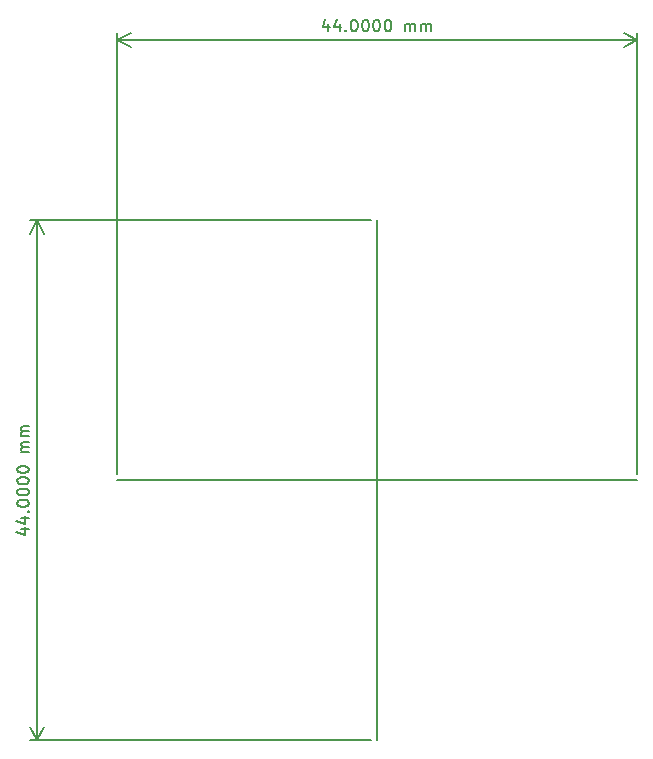
<source format=gbr>
%TF.GenerationSoftware,KiCad,Pcbnew,7.0.6*%
%TF.CreationDate,2023-12-12T11:09:34+00:00*%
%TF.ProjectId,led_holder,6c65645f-686f-46c6-9465-722e6b696361,rev?*%
%TF.SameCoordinates,Original*%
%TF.FileFunction,Other,ECO1*%
%FSLAX46Y46*%
G04 Gerber Fmt 4.6, Leading zero omitted, Abs format (unit mm)*
G04 Created by KiCad (PCBNEW 7.0.6) date 2023-12-12 11:09:34*
%MOMM*%
%LPD*%
G01*
G04 APERTURE LIST*
%ADD10C,0.150000*%
G04 APERTURE END LIST*
D10*
X140100000Y-68400000D02*
X184100000Y-68400000D01*
X162100000Y-46400000D02*
X162100000Y-90400000D01*
X157957143Y-29738152D02*
X157957143Y-30404819D01*
X157719048Y-29357200D02*
X157480953Y-30071485D01*
X157480953Y-30071485D02*
X158100000Y-30071485D01*
X158909524Y-29738152D02*
X158909524Y-30404819D01*
X158671429Y-29357200D02*
X158433334Y-30071485D01*
X158433334Y-30071485D02*
X159052381Y-30071485D01*
X159433334Y-30309580D02*
X159480953Y-30357200D01*
X159480953Y-30357200D02*
X159433334Y-30404819D01*
X159433334Y-30404819D02*
X159385715Y-30357200D01*
X159385715Y-30357200D02*
X159433334Y-30309580D01*
X159433334Y-30309580D02*
X159433334Y-30404819D01*
X160100000Y-29404819D02*
X160195238Y-29404819D01*
X160195238Y-29404819D02*
X160290476Y-29452438D01*
X160290476Y-29452438D02*
X160338095Y-29500057D01*
X160338095Y-29500057D02*
X160385714Y-29595295D01*
X160385714Y-29595295D02*
X160433333Y-29785771D01*
X160433333Y-29785771D02*
X160433333Y-30023866D01*
X160433333Y-30023866D02*
X160385714Y-30214342D01*
X160385714Y-30214342D02*
X160338095Y-30309580D01*
X160338095Y-30309580D02*
X160290476Y-30357200D01*
X160290476Y-30357200D02*
X160195238Y-30404819D01*
X160195238Y-30404819D02*
X160100000Y-30404819D01*
X160100000Y-30404819D02*
X160004762Y-30357200D01*
X160004762Y-30357200D02*
X159957143Y-30309580D01*
X159957143Y-30309580D02*
X159909524Y-30214342D01*
X159909524Y-30214342D02*
X159861905Y-30023866D01*
X159861905Y-30023866D02*
X159861905Y-29785771D01*
X159861905Y-29785771D02*
X159909524Y-29595295D01*
X159909524Y-29595295D02*
X159957143Y-29500057D01*
X159957143Y-29500057D02*
X160004762Y-29452438D01*
X160004762Y-29452438D02*
X160100000Y-29404819D01*
X161052381Y-29404819D02*
X161147619Y-29404819D01*
X161147619Y-29404819D02*
X161242857Y-29452438D01*
X161242857Y-29452438D02*
X161290476Y-29500057D01*
X161290476Y-29500057D02*
X161338095Y-29595295D01*
X161338095Y-29595295D02*
X161385714Y-29785771D01*
X161385714Y-29785771D02*
X161385714Y-30023866D01*
X161385714Y-30023866D02*
X161338095Y-30214342D01*
X161338095Y-30214342D02*
X161290476Y-30309580D01*
X161290476Y-30309580D02*
X161242857Y-30357200D01*
X161242857Y-30357200D02*
X161147619Y-30404819D01*
X161147619Y-30404819D02*
X161052381Y-30404819D01*
X161052381Y-30404819D02*
X160957143Y-30357200D01*
X160957143Y-30357200D02*
X160909524Y-30309580D01*
X160909524Y-30309580D02*
X160861905Y-30214342D01*
X160861905Y-30214342D02*
X160814286Y-30023866D01*
X160814286Y-30023866D02*
X160814286Y-29785771D01*
X160814286Y-29785771D02*
X160861905Y-29595295D01*
X160861905Y-29595295D02*
X160909524Y-29500057D01*
X160909524Y-29500057D02*
X160957143Y-29452438D01*
X160957143Y-29452438D02*
X161052381Y-29404819D01*
X162004762Y-29404819D02*
X162100000Y-29404819D01*
X162100000Y-29404819D02*
X162195238Y-29452438D01*
X162195238Y-29452438D02*
X162242857Y-29500057D01*
X162242857Y-29500057D02*
X162290476Y-29595295D01*
X162290476Y-29595295D02*
X162338095Y-29785771D01*
X162338095Y-29785771D02*
X162338095Y-30023866D01*
X162338095Y-30023866D02*
X162290476Y-30214342D01*
X162290476Y-30214342D02*
X162242857Y-30309580D01*
X162242857Y-30309580D02*
X162195238Y-30357200D01*
X162195238Y-30357200D02*
X162100000Y-30404819D01*
X162100000Y-30404819D02*
X162004762Y-30404819D01*
X162004762Y-30404819D02*
X161909524Y-30357200D01*
X161909524Y-30357200D02*
X161861905Y-30309580D01*
X161861905Y-30309580D02*
X161814286Y-30214342D01*
X161814286Y-30214342D02*
X161766667Y-30023866D01*
X161766667Y-30023866D02*
X161766667Y-29785771D01*
X161766667Y-29785771D02*
X161814286Y-29595295D01*
X161814286Y-29595295D02*
X161861905Y-29500057D01*
X161861905Y-29500057D02*
X161909524Y-29452438D01*
X161909524Y-29452438D02*
X162004762Y-29404819D01*
X162957143Y-29404819D02*
X163052381Y-29404819D01*
X163052381Y-29404819D02*
X163147619Y-29452438D01*
X163147619Y-29452438D02*
X163195238Y-29500057D01*
X163195238Y-29500057D02*
X163242857Y-29595295D01*
X163242857Y-29595295D02*
X163290476Y-29785771D01*
X163290476Y-29785771D02*
X163290476Y-30023866D01*
X163290476Y-30023866D02*
X163242857Y-30214342D01*
X163242857Y-30214342D02*
X163195238Y-30309580D01*
X163195238Y-30309580D02*
X163147619Y-30357200D01*
X163147619Y-30357200D02*
X163052381Y-30404819D01*
X163052381Y-30404819D02*
X162957143Y-30404819D01*
X162957143Y-30404819D02*
X162861905Y-30357200D01*
X162861905Y-30357200D02*
X162814286Y-30309580D01*
X162814286Y-30309580D02*
X162766667Y-30214342D01*
X162766667Y-30214342D02*
X162719048Y-30023866D01*
X162719048Y-30023866D02*
X162719048Y-29785771D01*
X162719048Y-29785771D02*
X162766667Y-29595295D01*
X162766667Y-29595295D02*
X162814286Y-29500057D01*
X162814286Y-29500057D02*
X162861905Y-29452438D01*
X162861905Y-29452438D02*
X162957143Y-29404819D01*
X164480953Y-30404819D02*
X164480953Y-29738152D01*
X164480953Y-29833390D02*
X164528572Y-29785771D01*
X164528572Y-29785771D02*
X164623810Y-29738152D01*
X164623810Y-29738152D02*
X164766667Y-29738152D01*
X164766667Y-29738152D02*
X164861905Y-29785771D01*
X164861905Y-29785771D02*
X164909524Y-29881009D01*
X164909524Y-29881009D02*
X164909524Y-30404819D01*
X164909524Y-29881009D02*
X164957143Y-29785771D01*
X164957143Y-29785771D02*
X165052381Y-29738152D01*
X165052381Y-29738152D02*
X165195238Y-29738152D01*
X165195238Y-29738152D02*
X165290477Y-29785771D01*
X165290477Y-29785771D02*
X165338096Y-29881009D01*
X165338096Y-29881009D02*
X165338096Y-30404819D01*
X165814286Y-30404819D02*
X165814286Y-29738152D01*
X165814286Y-29833390D02*
X165861905Y-29785771D01*
X165861905Y-29785771D02*
X165957143Y-29738152D01*
X165957143Y-29738152D02*
X166100000Y-29738152D01*
X166100000Y-29738152D02*
X166195238Y-29785771D01*
X166195238Y-29785771D02*
X166242857Y-29881009D01*
X166242857Y-29881009D02*
X166242857Y-30404819D01*
X166242857Y-29881009D02*
X166290476Y-29785771D01*
X166290476Y-29785771D02*
X166385714Y-29738152D01*
X166385714Y-29738152D02*
X166528571Y-29738152D01*
X166528571Y-29738152D02*
X166623810Y-29785771D01*
X166623810Y-29785771D02*
X166671429Y-29881009D01*
X166671429Y-29881009D02*
X166671429Y-30404819D01*
X140100000Y-67900000D02*
X140100000Y-30513580D01*
X184100000Y-67900000D02*
X184100000Y-30513580D01*
X140100000Y-31100000D02*
X184100000Y-31100000D01*
X140100000Y-31100000D02*
X184100000Y-31100000D01*
X140100000Y-31100000D02*
X141226504Y-30513579D01*
X140100000Y-31100000D02*
X141226504Y-31686421D01*
X184100000Y-31100000D02*
X182973496Y-31686421D01*
X184100000Y-31100000D02*
X182973496Y-30513579D01*
X131938152Y-72542856D02*
X132604819Y-72542856D01*
X131557200Y-72780951D02*
X132271485Y-73019046D01*
X132271485Y-73019046D02*
X132271485Y-72399999D01*
X131938152Y-71590475D02*
X132604819Y-71590475D01*
X131557200Y-71828570D02*
X132271485Y-72066665D01*
X132271485Y-72066665D02*
X132271485Y-71447618D01*
X132509580Y-71066665D02*
X132557200Y-71019046D01*
X132557200Y-71019046D02*
X132604819Y-71066665D01*
X132604819Y-71066665D02*
X132557200Y-71114284D01*
X132557200Y-71114284D02*
X132509580Y-71066665D01*
X132509580Y-71066665D02*
X132604819Y-71066665D01*
X131604819Y-70399999D02*
X131604819Y-70304761D01*
X131604819Y-70304761D02*
X131652438Y-70209523D01*
X131652438Y-70209523D02*
X131700057Y-70161904D01*
X131700057Y-70161904D02*
X131795295Y-70114285D01*
X131795295Y-70114285D02*
X131985771Y-70066666D01*
X131985771Y-70066666D02*
X132223866Y-70066666D01*
X132223866Y-70066666D02*
X132414342Y-70114285D01*
X132414342Y-70114285D02*
X132509580Y-70161904D01*
X132509580Y-70161904D02*
X132557200Y-70209523D01*
X132557200Y-70209523D02*
X132604819Y-70304761D01*
X132604819Y-70304761D02*
X132604819Y-70399999D01*
X132604819Y-70399999D02*
X132557200Y-70495237D01*
X132557200Y-70495237D02*
X132509580Y-70542856D01*
X132509580Y-70542856D02*
X132414342Y-70590475D01*
X132414342Y-70590475D02*
X132223866Y-70638094D01*
X132223866Y-70638094D02*
X131985771Y-70638094D01*
X131985771Y-70638094D02*
X131795295Y-70590475D01*
X131795295Y-70590475D02*
X131700057Y-70542856D01*
X131700057Y-70542856D02*
X131652438Y-70495237D01*
X131652438Y-70495237D02*
X131604819Y-70399999D01*
X131604819Y-69447618D02*
X131604819Y-69352380D01*
X131604819Y-69352380D02*
X131652438Y-69257142D01*
X131652438Y-69257142D02*
X131700057Y-69209523D01*
X131700057Y-69209523D02*
X131795295Y-69161904D01*
X131795295Y-69161904D02*
X131985771Y-69114285D01*
X131985771Y-69114285D02*
X132223866Y-69114285D01*
X132223866Y-69114285D02*
X132414342Y-69161904D01*
X132414342Y-69161904D02*
X132509580Y-69209523D01*
X132509580Y-69209523D02*
X132557200Y-69257142D01*
X132557200Y-69257142D02*
X132604819Y-69352380D01*
X132604819Y-69352380D02*
X132604819Y-69447618D01*
X132604819Y-69447618D02*
X132557200Y-69542856D01*
X132557200Y-69542856D02*
X132509580Y-69590475D01*
X132509580Y-69590475D02*
X132414342Y-69638094D01*
X132414342Y-69638094D02*
X132223866Y-69685713D01*
X132223866Y-69685713D02*
X131985771Y-69685713D01*
X131985771Y-69685713D02*
X131795295Y-69638094D01*
X131795295Y-69638094D02*
X131700057Y-69590475D01*
X131700057Y-69590475D02*
X131652438Y-69542856D01*
X131652438Y-69542856D02*
X131604819Y-69447618D01*
X131604819Y-68495237D02*
X131604819Y-68399999D01*
X131604819Y-68399999D02*
X131652438Y-68304761D01*
X131652438Y-68304761D02*
X131700057Y-68257142D01*
X131700057Y-68257142D02*
X131795295Y-68209523D01*
X131795295Y-68209523D02*
X131985771Y-68161904D01*
X131985771Y-68161904D02*
X132223866Y-68161904D01*
X132223866Y-68161904D02*
X132414342Y-68209523D01*
X132414342Y-68209523D02*
X132509580Y-68257142D01*
X132509580Y-68257142D02*
X132557200Y-68304761D01*
X132557200Y-68304761D02*
X132604819Y-68399999D01*
X132604819Y-68399999D02*
X132604819Y-68495237D01*
X132604819Y-68495237D02*
X132557200Y-68590475D01*
X132557200Y-68590475D02*
X132509580Y-68638094D01*
X132509580Y-68638094D02*
X132414342Y-68685713D01*
X132414342Y-68685713D02*
X132223866Y-68733332D01*
X132223866Y-68733332D02*
X131985771Y-68733332D01*
X131985771Y-68733332D02*
X131795295Y-68685713D01*
X131795295Y-68685713D02*
X131700057Y-68638094D01*
X131700057Y-68638094D02*
X131652438Y-68590475D01*
X131652438Y-68590475D02*
X131604819Y-68495237D01*
X131604819Y-67542856D02*
X131604819Y-67447618D01*
X131604819Y-67447618D02*
X131652438Y-67352380D01*
X131652438Y-67352380D02*
X131700057Y-67304761D01*
X131700057Y-67304761D02*
X131795295Y-67257142D01*
X131795295Y-67257142D02*
X131985771Y-67209523D01*
X131985771Y-67209523D02*
X132223866Y-67209523D01*
X132223866Y-67209523D02*
X132414342Y-67257142D01*
X132414342Y-67257142D02*
X132509580Y-67304761D01*
X132509580Y-67304761D02*
X132557200Y-67352380D01*
X132557200Y-67352380D02*
X132604819Y-67447618D01*
X132604819Y-67447618D02*
X132604819Y-67542856D01*
X132604819Y-67542856D02*
X132557200Y-67638094D01*
X132557200Y-67638094D02*
X132509580Y-67685713D01*
X132509580Y-67685713D02*
X132414342Y-67733332D01*
X132414342Y-67733332D02*
X132223866Y-67780951D01*
X132223866Y-67780951D02*
X131985771Y-67780951D01*
X131985771Y-67780951D02*
X131795295Y-67733332D01*
X131795295Y-67733332D02*
X131700057Y-67685713D01*
X131700057Y-67685713D02*
X131652438Y-67638094D01*
X131652438Y-67638094D02*
X131604819Y-67542856D01*
X132604819Y-66019046D02*
X131938152Y-66019046D01*
X132033390Y-66019046D02*
X131985771Y-65971427D01*
X131985771Y-65971427D02*
X131938152Y-65876189D01*
X131938152Y-65876189D02*
X131938152Y-65733332D01*
X131938152Y-65733332D02*
X131985771Y-65638094D01*
X131985771Y-65638094D02*
X132081009Y-65590475D01*
X132081009Y-65590475D02*
X132604819Y-65590475D01*
X132081009Y-65590475D02*
X131985771Y-65542856D01*
X131985771Y-65542856D02*
X131938152Y-65447618D01*
X131938152Y-65447618D02*
X131938152Y-65304761D01*
X131938152Y-65304761D02*
X131985771Y-65209522D01*
X131985771Y-65209522D02*
X132081009Y-65161903D01*
X132081009Y-65161903D02*
X132604819Y-65161903D01*
X132604819Y-64685713D02*
X131938152Y-64685713D01*
X132033390Y-64685713D02*
X131985771Y-64638094D01*
X131985771Y-64638094D02*
X131938152Y-64542856D01*
X131938152Y-64542856D02*
X131938152Y-64399999D01*
X131938152Y-64399999D02*
X131985771Y-64304761D01*
X131985771Y-64304761D02*
X132081009Y-64257142D01*
X132081009Y-64257142D02*
X132604819Y-64257142D01*
X132081009Y-64257142D02*
X131985771Y-64209523D01*
X131985771Y-64209523D02*
X131938152Y-64114285D01*
X131938152Y-64114285D02*
X131938152Y-63971428D01*
X131938152Y-63971428D02*
X131985771Y-63876189D01*
X131985771Y-63876189D02*
X132081009Y-63828570D01*
X132081009Y-63828570D02*
X132604819Y-63828570D01*
X161600000Y-46400000D02*
X132713580Y-46400000D01*
X161600000Y-90400000D02*
X132713580Y-90400000D01*
X133300000Y-46400000D02*
X133300000Y-90400000D01*
X133300000Y-46400000D02*
X133300000Y-90400000D01*
X133300000Y-46400000D02*
X133886421Y-47526504D01*
X133300000Y-46400000D02*
X132713579Y-47526504D01*
X133300000Y-90400000D02*
X132713579Y-89273496D01*
X133300000Y-90400000D02*
X133886421Y-89273496D01*
M02*

</source>
